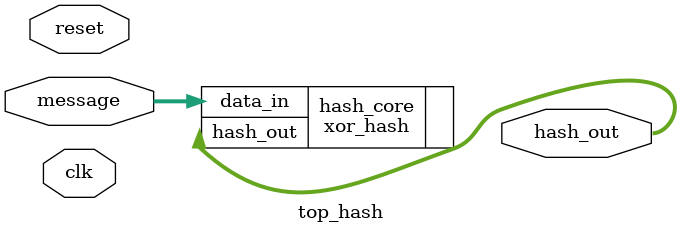
<source format=v>
module top_hash(
	input wire clk,
	input wire reset,
	input wire [127:0] message,
	output wire [31:0] hash_out
	);
	
	xor_hash hash_core (
		.data_in(message),
		.hash_out(hash_out)
	);
endmodule

</source>
